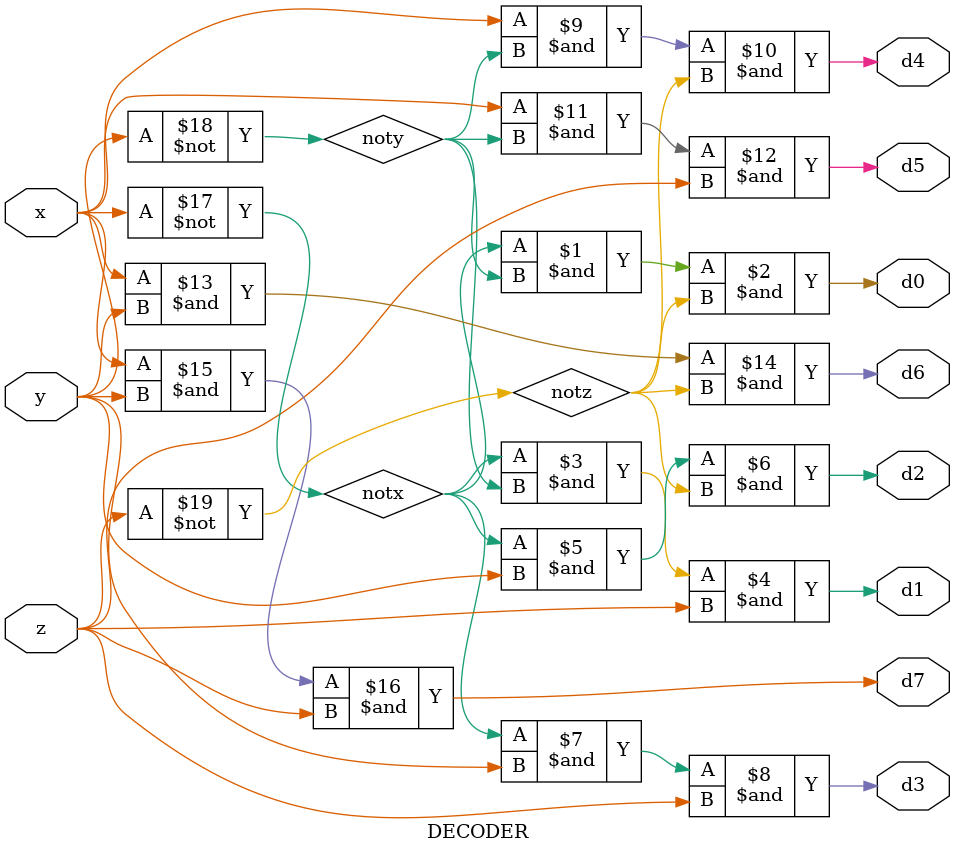
<source format=v>
module DECODER(d0, d1, d2, d3, d4, d5, d6, d7, x, y, z);
    input x, y, z;
    output d0, d1, d2, d3, d4, d5, d6, d7;

    wire notx, noty, notz;
    not nx(notx, x);
    not nx(noty, y);
    not nx(notz, z);

    and a0(d0, notx, noty, notz);
    and a1(d1, notx, noty, z);
    and a2(d2, notx, y, notz);
    and a3(d3, notx, y, z);
    and a4(d4, x, noty, notz);
    and a5(d5, x, noty, z);
    and a6(d6, x, y, notz);
    and a7(d7, x, y, z);

endmodule
</source>
